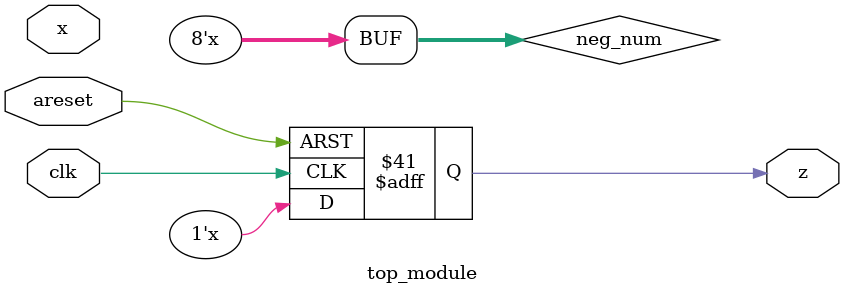
<source format=sv>
module top_module (
    input clk,
    input areset,
    input x,
    output reg z
);

parameter S0 = 2'b00, S1 = 2'b01, S2 = 2'b10;
reg [1:0] state, next_state;
reg [7:0] temp_num;
reg signed [7:0] neg_num;

always @(posedge clk, posedge areset) begin
    if (areset) begin
        state <= S0;
        z <= 1'b0;
    end
    else begin
        state <= next_state;
        z <= neg_num[0];
    end
end

always @(*) begin
    case (state)
        S0: begin
            if (x) begin
                next_state = S1;
                temp_num = 8'b0;
            end
            else begin
                next_state = S0;
            end
        end
        S1: begin
            temp_num = {temp_num[6:0], x};
            if (x) begin
                next_state = S1;
            end
            else begin
                next_state = S2;
            end
        end
        S2: begin
            neg_num = ~temp_num + 1'b1;
            next_state = S0;
        end
        default: begin
            next_state = S0;
        end
    endcase
end

endmodule

</source>
